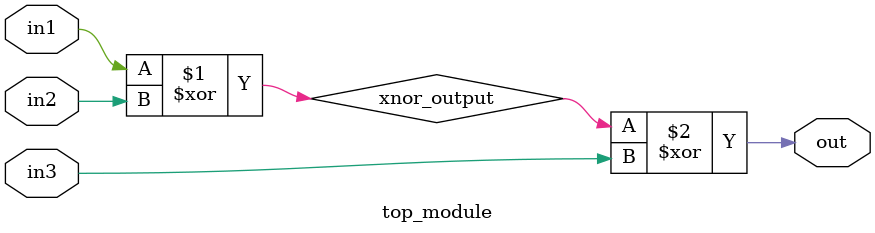
<source format=sv>
module top_module (
  input in1,
  input in2,
  input in3,
  output logic out
);

  // Two-input XNOR gate
  assign xnor_output = in1 ^ in2;

  // Two-input XOR gate
  assign out = xnor_output ^ in3;
  
endmodule

</source>
